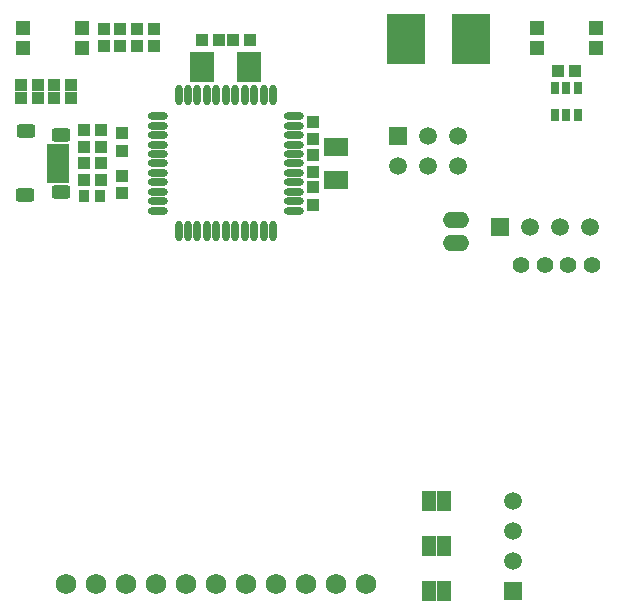
<source format=gbs>
%FSLAX23Y23*%
%MOIN*%
G70*
G01*
G75*
G04 Layer_Color=16711935*
%ADD10R,0.039X0.059*%
%ADD11R,0.059X0.039*%
%ADD12R,0.035X0.031*%
%ADD13R,0.073X0.051*%
%ADD14R,0.063X0.157*%
%ADD15R,0.122X0.157*%
%ADD16R,0.063X0.118*%
%ADD17R,0.031X0.035*%
%ADD18R,0.039X0.022*%
%ADD19C,0.012*%
%ADD20C,0.012*%
%ADD21C,0.006*%
%ADD22R,0.051X0.051*%
%ADD23C,0.051*%
%ADD24O,0.079X0.047*%
%ADD25R,0.043X0.059*%
%ADD26R,0.051X0.051*%
%ADD27C,0.061*%
%ADD28C,0.047*%
G04:AMPARAMS|DCode=29|XSize=39mil|YSize=55mil|CornerRadius=10mil|HoleSize=0mil|Usage=FLASHONLY|Rotation=90.000|XOffset=0mil|YOffset=0mil|HoleType=Round|Shape=RoundedRectangle|*
%AMROUNDEDRECTD29*
21,1,0.039,0.035,0,0,90.0*
21,1,0.020,0.055,0,0,90.0*
1,1,0.020,0.018,0.010*
1,1,0.020,0.018,-0.010*
1,1,0.020,-0.018,-0.010*
1,1,0.020,-0.018,0.010*
%
%ADD29ROUNDEDRECTD29*%
%ADD30C,0.024*%
%ADD31C,0.020*%
%ADD32R,0.030X0.035*%
%ADD33R,0.039X0.039*%
%ADD34O,0.018X0.059*%
%ADD35O,0.059X0.018*%
%ADD36R,0.020X0.035*%
%ADD37R,0.069X0.018*%
%ADD38R,0.071X0.094*%
%ADD39R,0.073X0.079*%
%ADD40C,0.008*%
%ADD41R,0.008X0.012*%
%ADD42R,0.269X0.006*%
%ADD43R,0.006X0.314*%
%ADD44R,0.008X0.008*%
%ADD45R,0.350X0.006*%
%ADD46R,0.248X0.006*%
%ADD47R,0.006X0.159*%
%ADD48R,0.006X0.159*%
%ADD49R,0.047X0.067*%
%ADD50R,0.067X0.047*%
%ADD51R,0.043X0.039*%
%ADD52R,0.081X0.059*%
%ADD53R,0.071X0.165*%
%ADD54R,0.130X0.165*%
%ADD55R,0.071X0.126*%
%ADD56R,0.039X0.043*%
%ADD57R,0.047X0.030*%
%ADD58R,0.059X0.059*%
%ADD59C,0.059*%
%ADD60O,0.087X0.055*%
%ADD61R,0.051X0.067*%
%ADD62R,0.059X0.059*%
%ADD63C,0.069*%
%ADD64C,0.055*%
G04:AMPARAMS|DCode=65|XSize=47mil|YSize=63mil|CornerRadius=14mil|HoleSize=0mil|Usage=FLASHONLY|Rotation=90.000|XOffset=0mil|YOffset=0mil|HoleType=Round|Shape=RoundedRectangle|*
%AMROUNDEDRECTD65*
21,1,0.047,0.035,0,0,90.0*
21,1,0.020,0.063,0,0,90.0*
1,1,0.028,0.018,0.010*
1,1,0.028,0.018,-0.010*
1,1,0.028,-0.018,-0.010*
1,1,0.028,-0.018,0.010*
%
%ADD65ROUNDEDRECTD65*%
%ADD66R,0.038X0.043*%
%ADD67R,0.047X0.047*%
%ADD68O,0.026X0.067*%
%ADD69O,0.067X0.026*%
%ADD70R,0.028X0.043*%
%ADD71R,0.077X0.026*%
%ADD72R,0.079X0.102*%
D51*
X1358Y2433D02*
D03*
Y2376D02*
D03*
X1297Y2924D02*
D03*
Y2867D02*
D03*
X1996Y2505D02*
D03*
Y2448D02*
D03*
X1358Y2576D02*
D03*
Y2519D02*
D03*
X1464Y2924D02*
D03*
Y2867D02*
D03*
X1996Y2615D02*
D03*
Y2558D02*
D03*
Y2339D02*
D03*
Y2396D02*
D03*
X1408Y2924D02*
D03*
Y2867D02*
D03*
X1352D02*
D03*
Y2924D02*
D03*
D52*
X2072Y2530D02*
D03*
Y2422D02*
D03*
D54*
X2522Y2890D02*
D03*
X2305D02*
D03*
D56*
X1727Y2886D02*
D03*
X1784D02*
D03*
X1682Y2886D02*
D03*
X1625D02*
D03*
X1080Y2693D02*
D03*
X1023D02*
D03*
X1080Y2736D02*
D03*
X1023D02*
D03*
X1190Y2693D02*
D03*
X1133D02*
D03*
X1190Y2736D02*
D03*
X1133D02*
D03*
X1288Y2476D02*
D03*
X1231D02*
D03*
X1288Y2421D02*
D03*
X1231D02*
D03*
X1288Y2531D02*
D03*
X1231D02*
D03*
X1288Y2587D02*
D03*
X1231D02*
D03*
X2868Y2783D02*
D03*
X2811D02*
D03*
D58*
X2278Y2569D02*
D03*
X2663Y1050D02*
D03*
D59*
X2278Y2469D02*
D03*
X2378Y2569D02*
D03*
Y2469D02*
D03*
X2478D02*
D03*
Y2569D02*
D03*
X2663Y1350D02*
D03*
Y1250D02*
D03*
Y1150D02*
D03*
X2718Y2265D02*
D03*
X2818D02*
D03*
X2918D02*
D03*
D60*
X2473Y2289D02*
D03*
Y2211D02*
D03*
D61*
X2382Y1050D02*
D03*
X2432D02*
D03*
X2382Y1200D02*
D03*
X2432D02*
D03*
X2382Y1350D02*
D03*
X2432D02*
D03*
D62*
X2618Y2265D02*
D03*
D63*
X2171Y1074D02*
D03*
X2071D02*
D03*
X1971D02*
D03*
X1871D02*
D03*
X1771D02*
D03*
X1671D02*
D03*
X1571D02*
D03*
X1471D02*
D03*
X1371D02*
D03*
X1271D02*
D03*
X1171D02*
D03*
D64*
X2925Y2139D02*
D03*
X2846D02*
D03*
X2768D02*
D03*
X2689D02*
D03*
D65*
X1034Y2370D02*
D03*
X1154Y2572D02*
D03*
Y2381D02*
D03*
X1037Y2583D02*
D03*
D66*
X1286Y2366D02*
D03*
X1233D02*
D03*
D67*
X1225Y2861D02*
D03*
Y2928D02*
D03*
X1029Y2861D02*
D03*
Y2928D02*
D03*
X2939Y2861D02*
D03*
Y2928D02*
D03*
X2742Y2861D02*
D03*
Y2928D02*
D03*
D68*
X1547Y2250D02*
D03*
X1579D02*
D03*
X1610D02*
D03*
X1642D02*
D03*
X1673D02*
D03*
X1705D02*
D03*
X1736D02*
D03*
X1768D02*
D03*
X1799D02*
D03*
X1831D02*
D03*
X1862D02*
D03*
Y2703D02*
D03*
X1831D02*
D03*
X1799D02*
D03*
X1768D02*
D03*
X1736D02*
D03*
X1705D02*
D03*
X1673D02*
D03*
X1642D02*
D03*
X1610D02*
D03*
X1579D02*
D03*
X1547D02*
D03*
D69*
X1931Y2319D02*
D03*
Y2350D02*
D03*
Y2382D02*
D03*
Y2413D02*
D03*
Y2445D02*
D03*
Y2476D02*
D03*
Y2508D02*
D03*
Y2539D02*
D03*
Y2571D02*
D03*
Y2602D02*
D03*
Y2634D02*
D03*
X1478D02*
D03*
Y2602D02*
D03*
Y2571D02*
D03*
Y2539D02*
D03*
Y2508D02*
D03*
Y2476D02*
D03*
Y2445D02*
D03*
Y2413D02*
D03*
Y2382D02*
D03*
Y2350D02*
D03*
Y2319D02*
D03*
D70*
X2802Y2728D02*
D03*
X2840D02*
D03*
X2877D02*
D03*
Y2638D02*
D03*
X2840D02*
D03*
X2802D02*
D03*
D71*
X1146Y2476D02*
D03*
Y2451D02*
D03*
Y2425D02*
D03*
Y2502D02*
D03*
Y2528D02*
D03*
D72*
X1626Y2799D02*
D03*
X1783D02*
D03*
M02*

</source>
